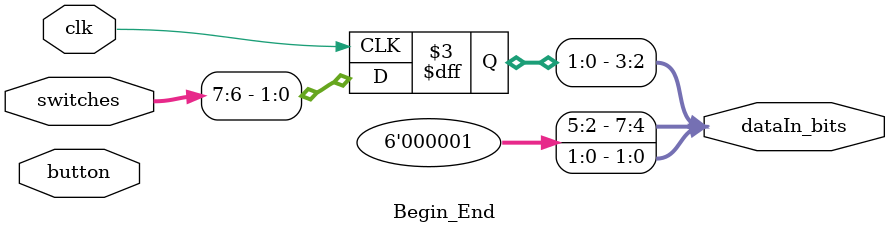
<source format=v>
`timescale 1ns / 1ps


module Begin_End(
    input [4:0] button,
    input [7:0] switches,
    input clk,
    output reg [7:0] dataIn_bits = 8'b0000_0001
    );
    always @(posedge clk) begin
        dataIn_bits[3:2] <= switches[7:6]; // switch
    end
endmodule

</source>
